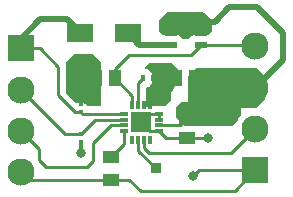
<source format=gbr>
%TF.GenerationSoftware,KiCad,Pcbnew,(6.0.11)*%
%TF.CreationDate,2023-02-10T19:03:08+05:30*%
%TF.ProjectId,charg,63686172-672e-46b6-9963-61645f706362,rev?*%
%TF.SameCoordinates,Original*%
%TF.FileFunction,Copper,L1,Top*%
%TF.FilePolarity,Positive*%
%FSLAX46Y46*%
G04 Gerber Fmt 4.6, Leading zero omitted, Abs format (unit mm)*
G04 Created by KiCad (PCBNEW (6.0.11)) date 2023-02-10 19:03:08*
%MOMM*%
%LPD*%
G01*
G04 APERTURE LIST*
%TA.AperFunction,SMDPad,CuDef*%
%ADD10R,1.400000X1.050000*%
%TD*%
%TA.AperFunction,SMDPad,CuDef*%
%ADD11R,2.200000X1.550000*%
%TD*%
%TA.AperFunction,SMDPad,CuDef*%
%ADD12R,0.400000X0.500000*%
%TD*%
%TA.AperFunction,SMDPad,CuDef*%
%ADD13R,1.020000X1.470000*%
%TD*%
%TA.AperFunction,SMDPad,CuDef*%
%ADD14R,1.155700X1.397000*%
%TD*%
%TA.AperFunction,SMDPad,CuDef*%
%ADD15R,1.100000X0.550000*%
%TD*%
%TA.AperFunction,ComponentPad*%
%ADD16R,2.300000X2.300000*%
%TD*%
%TA.AperFunction,ComponentPad*%
%ADD17C,2.300000*%
%TD*%
%TA.AperFunction,SMDPad,CuDef*%
%ADD18R,0.420000X0.460000*%
%TD*%
%TA.AperFunction,SMDPad,CuDef*%
%ADD19R,1.470000X1.020000*%
%TD*%
%TA.AperFunction,SMDPad,CuDef*%
%ADD20R,0.800000X0.300000*%
%TD*%
%TA.AperFunction,SMDPad,CuDef*%
%ADD21R,0.300000X0.800000*%
%TD*%
%TA.AperFunction,SMDPad,CuDef*%
%ADD22R,1.760000X1.760000*%
%TD*%
%TA.AperFunction,ComponentPad*%
%ADD23R,0.850000X0.850000*%
%TD*%
%TA.AperFunction,ViaPad*%
%ADD24C,0.800000*%
%TD*%
%TA.AperFunction,Conductor*%
%ADD25C,0.250000*%
%TD*%
%TA.AperFunction,Conductor*%
%ADD26C,0.350000*%
%TD*%
%TA.AperFunction,Conductor*%
%ADD27C,0.520000*%
%TD*%
%TA.AperFunction,Conductor*%
%ADD28C,0.290000*%
%TD*%
G04 APERTURE END LIST*
D10*
%TO.P,R2,1*%
%TO.N,Earth*%
X146050000Y-65720000D03*
%TO.P,R2,2*%
%TO.N,Net-(IC2-Pad4)*%
X146050000Y-63820000D03*
%TD*%
D11*
%TO.P,D2,1,K*%
%TO.N,Net-(D2-Pad1)*%
X147560000Y-53340000D03*
%TO.P,D2,2,A*%
%TO.N,Net-(C1-Pad1)*%
X143460000Y-53340000D03*
%TD*%
D12*
%TO.P,C4,1*%
%TO.N,Net-(C4-Pad1)*%
X148825000Y-57150000D03*
%TO.P,C4,2*%
%TO.N,Net-(C4-Pad2)*%
X149625000Y-57150000D03*
%TD*%
D13*
%TO.P,C3,1*%
%TO.N,Net-(C3-Pad1)*%
X146400000Y-57150000D03*
%TO.P,C3,2*%
%TO.N,Earth*%
X144780000Y-57150000D03*
%TD*%
D14*
%TO.P,L1,1,1*%
%TO.N,Net-(C4-Pad2)*%
X151517350Y-57150000D03*
%TO.P,L1,2,2*%
%TO.N,Net-(C5-Pad1)*%
X153282650Y-57150000D03*
%TD*%
D15*
%TO.P,IC1,1,D_1*%
%TO.N,Net-(C5-Pad1)*%
X151130000Y-52390000D03*
%TO.P,IC1,2,D_2*%
X151130000Y-53340000D03*
%TO.P,IC1,3,G*%
%TO.N,Net-(D2-Pad1)*%
X151130000Y-54290000D03*
%TO.P,IC1,4,S*%
%TO.N,Net-(C3-Pad1)*%
X153730000Y-54290000D03*
%TO.P,IC1,5,D_3*%
%TO.N,Net-(C5-Pad1)*%
X153730000Y-53340000D03*
%TO.P,IC1,6,D_4*%
X153730000Y-52390000D03*
%TD*%
D16*
%TO.P,J1,1,Pin_1*%
%TO.N,Net-(C1-Pad1)*%
X138430000Y-54610000D03*
D17*
%TO.P,J1,2,Pin_2*%
%TO.N,Net-(C2-Pad1)*%
X138430000Y-58110000D03*
%TO.P,J1,3,Pin_3*%
%TO.N,Net-(IC2-Pad3)*%
X138430000Y-61610000D03*
%TO.P,J1,4,Pin_4*%
%TO.N,Earth*%
X138430000Y-65110000D03*
%TD*%
D18*
%TO.P,C2,1*%
%TO.N,Net-(C2-Pad1)*%
X143510000Y-61900000D03*
%TO.P,C2,2*%
%TO.N,Earth*%
X143510000Y-62560000D03*
%TD*%
D19*
%TO.P,C5,1*%
%TO.N,Net-(C5-Pad1)*%
X152488900Y-60610000D03*
%TO.P,C5,2*%
%TO.N,Earth*%
X152488900Y-62230000D03*
%TD*%
D20*
%TO.P,IC2,1,VBUS*%
%TO.N,Net-(C1-Pad1)*%
X147150000Y-60140000D03*
%TO.P,IC2,2,REGN*%
%TO.N,Net-(C2-Pad1)*%
X147150000Y-60640000D03*
%TO.P,IC2,3,STAT*%
%TO.N,Net-(IC2-Pad3)*%
X147150000Y-61140000D03*
%TO.P,IC2,4,ICHG*%
%TO.N,Net-(IC2-Pad4)*%
X147150000Y-61640000D03*
D21*
%TO.P,IC2,5,POL*%
%TO.N,unconnected-(IC2-Pad5)*%
X147900000Y-62390000D03*
%TO.P,IC2,6,~{EN}*%
%TO.N,Net-(IC2-Pad6)*%
X148400000Y-62390000D03*
%TO.P,IC2,7,TS*%
%TO.N,Net-(IC2-Pad7)*%
X148900000Y-62390000D03*
%TO.P,IC2,8,NC*%
%TO.N,unconnected-(IC2-Pad8)*%
X149400000Y-62390000D03*
D20*
%TO.P,IC2,9,VSET*%
%TO.N,Earth*%
X150150000Y-61640000D03*
%TO.P,IC2,10,BAT*%
%TO.N,Net-(C5-Pad1)*%
X150150000Y-61140000D03*
%TO.P,IC2,11,GND_1*%
%TO.N,Earth*%
X150150000Y-60640000D03*
%TO.P,IC2,12,GND_2*%
X150150000Y-60140000D03*
D21*
%TO.P,IC2,13,SW_1*%
%TO.N,Net-(C4-Pad2)*%
X149400000Y-59390000D03*
%TO.P,IC2,14,SW_2*%
X148900000Y-59390000D03*
%TO.P,IC2,15,BTST*%
%TO.N,Net-(C4-Pad1)*%
X148400000Y-59390000D03*
%TO.P,IC2,16,PMID*%
%TO.N,Net-(C3-Pad1)*%
X147900000Y-59390000D03*
D22*
%TO.P,IC2,17,EP*%
%TO.N,Earth*%
X148650000Y-60890000D03*
%TD*%
D18*
%TO.P,C1,1*%
%TO.N,Net-(C1-Pad1)*%
X143510000Y-60020000D03*
%TO.P,C1,2*%
%TO.N,Earth*%
X143510000Y-59360000D03*
%TD*%
D16*
%TO.P,J2,1,Pin_1*%
%TO.N,Earth*%
X158300000Y-64940000D03*
D17*
%TO.P,J2,2,Pin_2*%
%TO.N,Net-(IC2-Pad7)*%
X158300000Y-61440000D03*
%TO.P,J2,3,Pin_3*%
%TO.N,Net-(C5-Pad1)*%
X158300000Y-57940000D03*
%TO.P,J2,4,Pin_4*%
%TO.N,Net-(C3-Pad1)*%
X158300000Y-54440000D03*
%TD*%
D23*
%TO.P,J4,1,Pin_1*%
%TO.N,Net-(IC2-Pad6)*%
X149860000Y-64770000D03*
%TD*%
D24*
%TO.N,Earth*%
X148650000Y-60890000D03*
X143510000Y-57150000D03*
X154305000Y-62230000D03*
X143510000Y-63500000D03*
X153035000Y-65405000D03*
%TD*%
D25*
%TO.N,Earth*%
X147635000Y-65720000D02*
X148590000Y-66675000D01*
X146050000Y-65720000D02*
X147635000Y-65720000D01*
X150150000Y-60640000D02*
X150150000Y-60140000D01*
X152488900Y-62230000D02*
X154305000Y-62230000D01*
X149400000Y-60140000D02*
X150150000Y-60140000D01*
X150740000Y-62230000D02*
X150150000Y-61640000D01*
X153500000Y-64940000D02*
X153035000Y-65405000D01*
X149400000Y-61640000D02*
X148650000Y-60890000D01*
X148590000Y-66675000D02*
X156565000Y-66675000D01*
X158300000Y-64940000D02*
X153500000Y-64940000D01*
D26*
X143510000Y-62560000D02*
X143510000Y-63500000D01*
D25*
X148650000Y-60890000D02*
X149400000Y-60140000D01*
X156565000Y-66675000D02*
X158300000Y-64940000D01*
X152488900Y-62230000D02*
X150740000Y-62230000D01*
X146050000Y-65720000D02*
X139040000Y-65720000D01*
X139040000Y-65720000D02*
X138430000Y-65110000D01*
X150150000Y-61640000D02*
X149400000Y-61640000D01*
D27*
%TO.N,Net-(D2-Pad1)*%
X148460000Y-54290000D02*
X147510000Y-53340000D01*
X151130000Y-54290000D02*
X148460000Y-54290000D01*
D25*
%TO.N,Net-(IC2-Pad3)*%
X144590000Y-62650000D02*
X144590000Y-63650000D01*
X144590000Y-64150000D02*
X144090000Y-64650000D01*
X146100000Y-61140000D02*
X144590000Y-62650000D01*
X147150000Y-61140000D02*
X146100000Y-61140000D01*
X144590000Y-63650000D02*
X144590000Y-64150000D01*
X140590000Y-64650000D02*
X144090000Y-64650000D01*
X139970000Y-63150000D02*
X139970000Y-64030000D01*
X139970000Y-64030000D02*
X140590000Y-64650000D01*
X138430000Y-61610000D02*
X139970000Y-63150000D01*
%TO.N,Net-(IC2-Pad4)*%
X147150000Y-62720000D02*
X146050000Y-63820000D01*
X147150000Y-61640000D02*
X147150000Y-62720000D01*
%TO.N,Net-(IC2-Pad7)*%
X148900000Y-63090000D02*
X149310000Y-63500000D01*
X149310000Y-63500000D02*
X156240000Y-63500000D01*
X156240000Y-63500000D02*
X158300000Y-61440000D01*
X148900000Y-62390000D02*
X148900000Y-63090000D01*
D28*
%TO.N,Net-(C1-Pad1)*%
X140050000Y-54610000D02*
X138430000Y-54610000D01*
D27*
X138430000Y-53810000D02*
X140090000Y-52150000D01*
D28*
X147150000Y-60140000D02*
X143630000Y-60140000D01*
X141590000Y-58600000D02*
X141590000Y-56150000D01*
X141590000Y-56150000D02*
X140050000Y-54610000D01*
X143510000Y-60020000D02*
X143010000Y-60020000D01*
D27*
X142320000Y-52150000D02*
X143510000Y-53340000D01*
X140090000Y-52150000D02*
X142320000Y-52150000D01*
D28*
X143010000Y-60020000D02*
X141590000Y-58600000D01*
D27*
X138430000Y-54610000D02*
X138430000Y-53810000D01*
D28*
X143630000Y-60140000D02*
X143510000Y-60020000D01*
D25*
%TO.N,Net-(C2-Pad1)*%
X142220000Y-61900000D02*
X138430000Y-58110000D01*
X147150000Y-60640000D02*
X144770000Y-60640000D01*
X143510000Y-61900000D02*
X142220000Y-61900000D01*
X144770000Y-60640000D02*
X143510000Y-61900000D01*
%TO.N,Net-(C3-Pad1)*%
X146400000Y-56340000D02*
X147590000Y-55150000D01*
X147590000Y-55150000D02*
X152870000Y-55150000D01*
X147900000Y-58650000D02*
X146400000Y-57150000D01*
X146400000Y-57150000D02*
X146400000Y-56340000D01*
X153730000Y-54290000D02*
X158150000Y-54290000D01*
X152870000Y-55150000D02*
X153730000Y-54290000D01*
X158150000Y-54290000D02*
X158300000Y-54440000D01*
X147900000Y-59390000D02*
X147900000Y-58650000D01*
%TO.N,Net-(C4-Pad1)*%
X148400000Y-59390000D02*
X148400000Y-57575000D01*
X148400000Y-57575000D02*
X148825000Y-57150000D01*
%TO.N,Net-(C4-Pad2)*%
X148900000Y-59390000D02*
X149400000Y-59390000D01*
D27*
%TO.N,Net-(C5-Pad1)*%
X156090000Y-51150000D02*
X158465000Y-51150000D01*
D28*
X151958900Y-61140000D02*
X152488900Y-60610000D01*
X150150000Y-61140000D02*
X151958900Y-61140000D01*
D27*
X158465000Y-51150000D02*
X160655000Y-53340000D01*
X160655000Y-55585000D02*
X158300000Y-57940000D01*
X153730000Y-52390000D02*
X154850000Y-52390000D01*
X154850000Y-52390000D02*
X156090000Y-51150000D01*
X160655000Y-53340000D02*
X160655000Y-55585000D01*
D25*
%TO.N,Net-(IC2-Pad6)*%
X148400000Y-63310000D02*
X148400000Y-62390000D01*
X149860000Y-64770000D02*
X148400000Y-63310000D01*
%TD*%
%TA.AperFunction,Conductor*%
%TO.N,Earth*%
G36*
X144595931Y-55130002D02*
G01*
X144616905Y-55146905D01*
X145243095Y-55773095D01*
X145277121Y-55835407D01*
X145280000Y-55862190D01*
X145280000Y-59360500D01*
X145259998Y-59428621D01*
X145206342Y-59475114D01*
X145154000Y-59486500D01*
X144191077Y-59486500D01*
X144122956Y-59466498D01*
X144090248Y-59436062D01*
X144088643Y-59433920D01*
X144088642Y-59433919D01*
X144083261Y-59426739D01*
X144076081Y-59421358D01*
X144076078Y-59421355D01*
X144012502Y-59373708D01*
X143966705Y-59339385D01*
X143830316Y-59288255D01*
X143768134Y-59281500D01*
X143251866Y-59281500D01*
X143251866Y-59280804D01*
X143185800Y-59265235D01*
X143158989Y-59244800D01*
X142280405Y-58366216D01*
X142246379Y-58303904D01*
X142243500Y-58277121D01*
X142243500Y-56231385D01*
X142244052Y-56219675D01*
X142245770Y-56211989D01*
X142243562Y-56141711D01*
X142243500Y-56137754D01*
X142243500Y-56108885D01*
X142242954Y-56104564D01*
X142242023Y-56092731D01*
X142240594Y-56047253D01*
X142240585Y-56046958D01*
X142240566Y-56046891D01*
X142240000Y-56039698D01*
X142240000Y-55862190D01*
X142260002Y-55794069D01*
X142276905Y-55773095D01*
X142903095Y-55146905D01*
X142965407Y-55112879D01*
X142992190Y-55110000D01*
X144527810Y-55110000D01*
X144595931Y-55130002D01*
G37*
%TD.AperFunction*%
%TD*%
%TA.AperFunction,Conductor*%
%TO.N,Net-(C4-Pad2)*%
G36*
X151280931Y-55900002D02*
G01*
X151301905Y-55916905D01*
X151847922Y-56462922D01*
X151881948Y-56525234D01*
X151880177Y-56585930D01*
X151575432Y-57676361D01*
X151561830Y-57707761D01*
X151130000Y-58420000D01*
X151130000Y-59038394D01*
X151106637Y-59078363D01*
X150735863Y-59449137D01*
X150673551Y-59483163D01*
X150633160Y-59485305D01*
X150601531Y-59481869D01*
X150598134Y-59481500D01*
X149701866Y-59481500D01*
X149639684Y-59488255D01*
X149625313Y-59493642D01*
X149578134Y-59500882D01*
X149578134Y-59501500D01*
X149184500Y-59501500D01*
X149116379Y-59481498D01*
X149069886Y-59427842D01*
X149058500Y-59375500D01*
X149058500Y-58941866D01*
X149051745Y-58879684D01*
X149041518Y-58852404D01*
X149033500Y-58808174D01*
X149033500Y-58024493D01*
X149053502Y-57956372D01*
X149107158Y-57909879D01*
X149128763Y-57902457D01*
X149135316Y-57901745D01*
X149142711Y-57898973D01*
X149142714Y-57898972D01*
X149263297Y-57853767D01*
X149271705Y-57850615D01*
X149388261Y-57763261D01*
X149475615Y-57646705D01*
X149526745Y-57510316D01*
X149533500Y-57448134D01*
X149533500Y-56851866D01*
X149526745Y-56789684D01*
X149475615Y-56653295D01*
X149388261Y-56536739D01*
X149271705Y-56449385D01*
X149135316Y-56398255D01*
X149073134Y-56391500D01*
X149073185Y-56391029D01*
X149008447Y-56368151D01*
X148964923Y-56312060D01*
X148958634Y-56241342D01*
X148993104Y-56176896D01*
X149253095Y-55916905D01*
X149315407Y-55882879D01*
X149342190Y-55880000D01*
X151212810Y-55880000D01*
X151280931Y-55900002D01*
G37*
%TD.AperFunction*%
%TD*%
%TA.AperFunction,Conductor*%
%TO.N,Net-(C5-Pad1)*%
G36*
X158405931Y-56297002D02*
G01*
X158426905Y-56313905D01*
X159053095Y-56940095D01*
X159087121Y-57002407D01*
X159090000Y-57029190D01*
X159090000Y-58897810D01*
X159069998Y-58965931D01*
X159053095Y-58986905D01*
X158426905Y-59613095D01*
X158364593Y-59647121D01*
X158337810Y-59650000D01*
X157090000Y-59650000D01*
X157090000Y-60303021D01*
X156954097Y-60462144D01*
X156817697Y-60684729D01*
X156815804Y-60689299D01*
X156815802Y-60689303D01*
X156800719Y-60725718D01*
X156773405Y-60766595D01*
X156426905Y-61113095D01*
X156364593Y-61147121D01*
X156337810Y-61150000D01*
X152342190Y-61150000D01*
X152274069Y-61129998D01*
X152253095Y-61113095D01*
X151626905Y-60486905D01*
X151592879Y-60424593D01*
X151590000Y-60397810D01*
X151590000Y-59702190D01*
X151610002Y-59634069D01*
X151626905Y-59613095D01*
X152090000Y-59150000D01*
X152590000Y-59150000D01*
X152590000Y-57998532D01*
X152593418Y-57969384D01*
X152594172Y-57966213D01*
X152596945Y-57958816D01*
X152603700Y-57896634D01*
X152603700Y-57015490D01*
X152623702Y-56947369D01*
X152640605Y-56926395D01*
X153253095Y-56313905D01*
X153315407Y-56279879D01*
X153342190Y-56277000D01*
X158337810Y-56277000D01*
X158405931Y-56297002D01*
G37*
%TD.AperFunction*%
%TD*%
%TA.AperFunction,Conductor*%
%TO.N,Net-(C5-Pad1)*%
G36*
X153985931Y-51590002D02*
G01*
X154006905Y-51606905D01*
X154633095Y-52233095D01*
X154667121Y-52295407D01*
X154670000Y-52322190D01*
X154670000Y-53087810D01*
X154649998Y-53155931D01*
X154633095Y-53176905D01*
X154340405Y-53469595D01*
X154278093Y-53503621D01*
X154251310Y-53506500D01*
X153131866Y-53506500D01*
X153069684Y-53513255D01*
X152933295Y-53564385D01*
X152816739Y-53651739D01*
X152811358Y-53658919D01*
X152734767Y-53761113D01*
X152734765Y-53761116D01*
X152729385Y-53768295D01*
X152726830Y-53775111D01*
X152677176Y-53824655D01*
X152616914Y-53840000D01*
X152243086Y-53840000D01*
X152174965Y-53819998D01*
X152133199Y-53775187D01*
X152130615Y-53768295D01*
X152125235Y-53761116D01*
X152125233Y-53761113D01*
X152048642Y-53658919D01*
X152043261Y-53651739D01*
X151926705Y-53564385D01*
X151790316Y-53513255D01*
X151728134Y-53506500D01*
X150548690Y-53506500D01*
X150480569Y-53486498D01*
X150459595Y-53469595D01*
X150166905Y-53176905D01*
X150132879Y-53114593D01*
X150130000Y-53087810D01*
X150130000Y-52322190D01*
X150150002Y-52254069D01*
X150166905Y-52233095D01*
X150793095Y-51606905D01*
X150855407Y-51572879D01*
X150882190Y-51570000D01*
X153917810Y-51570000D01*
X153985931Y-51590002D01*
G37*
%TD.AperFunction*%
%TD*%
M02*

</source>
